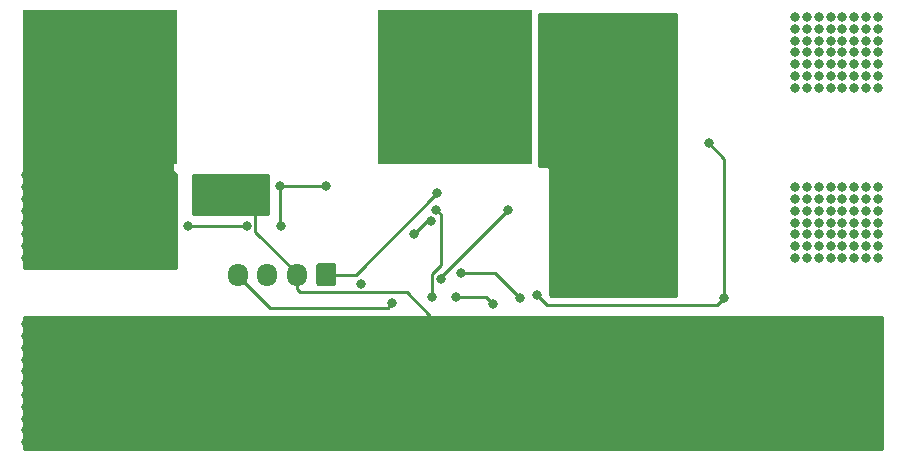
<source format=gbl>
G04 #@! TF.GenerationSoftware,KiCad,Pcbnew,(5.1.2)-1*
G04 #@! TF.CreationDate,2019-09-07T09:30:14+02:00*
G04 #@! TF.ProjectId,Anti-Spark,416e7469-2d53-4706-9172-6b2e6b696361,rev?*
G04 #@! TF.SameCoordinates,Original*
G04 #@! TF.FileFunction,Copper,L2,Bot*
G04 #@! TF.FilePolarity,Positive*
%FSLAX46Y46*%
G04 Gerber Fmt 4.6, Leading zero omitted, Abs format (unit mm)*
G04 Created by KiCad (PCBNEW (5.1.2)-1) date 2019-09-07 09:30:14*
%MOMM*%
%LPD*%
G04 APERTURE LIST*
%ADD10R,13.000000X13.000000*%
%ADD11O,1.700000X1.950000*%
%ADD12C,0.100000*%
%ADD13C,1.700000*%
%ADD14C,0.800000*%
%ADD15C,0.250000*%
%ADD16C,0.254000*%
G04 APERTURE END LIST*
D10*
X110280000Y-42966000D03*
X80280000Y-42966000D03*
D11*
X91900000Y-58800000D03*
X94400000Y-58800000D03*
X96900000Y-58800000D03*
D12*
G36*
X100024504Y-57826204D02*
G01*
X100048773Y-57829804D01*
X100072571Y-57835765D01*
X100095671Y-57844030D01*
X100117849Y-57854520D01*
X100138893Y-57867133D01*
X100158598Y-57881747D01*
X100176777Y-57898223D01*
X100193253Y-57916402D01*
X100207867Y-57936107D01*
X100220480Y-57957151D01*
X100230970Y-57979329D01*
X100239235Y-58002429D01*
X100245196Y-58026227D01*
X100248796Y-58050496D01*
X100250000Y-58075000D01*
X100250000Y-59525000D01*
X100248796Y-59549504D01*
X100245196Y-59573773D01*
X100239235Y-59597571D01*
X100230970Y-59620671D01*
X100220480Y-59642849D01*
X100207867Y-59663893D01*
X100193253Y-59683598D01*
X100176777Y-59701777D01*
X100158598Y-59718253D01*
X100138893Y-59732867D01*
X100117849Y-59745480D01*
X100095671Y-59755970D01*
X100072571Y-59764235D01*
X100048773Y-59770196D01*
X100024504Y-59773796D01*
X100000000Y-59775000D01*
X98800000Y-59775000D01*
X98775496Y-59773796D01*
X98751227Y-59770196D01*
X98727429Y-59764235D01*
X98704329Y-59755970D01*
X98682151Y-59745480D01*
X98661107Y-59732867D01*
X98641402Y-59718253D01*
X98623223Y-59701777D01*
X98606747Y-59683598D01*
X98592133Y-59663893D01*
X98579520Y-59642849D01*
X98569030Y-59620671D01*
X98560765Y-59597571D01*
X98554804Y-59573773D01*
X98551204Y-59549504D01*
X98550000Y-59525000D01*
X98550000Y-58075000D01*
X98551204Y-58050496D01*
X98554804Y-58026227D01*
X98560765Y-58002429D01*
X98569030Y-57979329D01*
X98579520Y-57957151D01*
X98592133Y-57936107D01*
X98606747Y-57916402D01*
X98623223Y-57898223D01*
X98641402Y-57881747D01*
X98661107Y-57867133D01*
X98682151Y-57854520D01*
X98704329Y-57844030D01*
X98727429Y-57835765D01*
X98751227Y-57829804D01*
X98775496Y-57826204D01*
X98800000Y-57825000D01*
X100000000Y-57825000D01*
X100024504Y-57826204D01*
X100024504Y-57826204D01*
G37*
D13*
X99400000Y-58800000D03*
D14*
X106800000Y-55400000D03*
X108274990Y-54300000D03*
X114800000Y-53300000D03*
X109072100Y-59179518D03*
X91300000Y-53000000D03*
X92100000Y-53000000D03*
X90500000Y-53000000D03*
X90500000Y-51400000D03*
X91300000Y-51400000D03*
X92100000Y-51400000D03*
X92100000Y-52200000D03*
X90500000Y-52200000D03*
X82000000Y-64000000D03*
X84000000Y-64000000D03*
X85000000Y-64000000D03*
X87000000Y-64000000D03*
X77000000Y-64000000D03*
X76000000Y-64000000D03*
X88000000Y-64000000D03*
X83000000Y-64000000D03*
X75000000Y-64000000D03*
X78000000Y-64000000D03*
X80000000Y-64000000D03*
X81000000Y-64000000D03*
X79000000Y-64000000D03*
X86000000Y-64000000D03*
X74000000Y-64000000D03*
X86000000Y-66000000D03*
X84000000Y-66000000D03*
X85000000Y-66000000D03*
X87000000Y-66000000D03*
X80000000Y-66000000D03*
X75000000Y-66000000D03*
X79000000Y-66000000D03*
X77000000Y-66000000D03*
X76000000Y-66000000D03*
X81000000Y-66000000D03*
X74000000Y-66000000D03*
X82000000Y-66000000D03*
X83000000Y-66000000D03*
X78000000Y-66000000D03*
X88000000Y-66000000D03*
X82000000Y-65000000D03*
X84000000Y-65000000D03*
X85000000Y-65000000D03*
X87000000Y-65000000D03*
X77000000Y-65000000D03*
X76000000Y-65000000D03*
X88000000Y-65000000D03*
X83000000Y-65000000D03*
X75000000Y-65000000D03*
X78000000Y-65000000D03*
X80000000Y-65000000D03*
X81000000Y-65000000D03*
X79000000Y-65000000D03*
X86000000Y-65000000D03*
X74000000Y-65000000D03*
X86000000Y-68000000D03*
X87000000Y-70000000D03*
X84000000Y-68000000D03*
X85000000Y-68000000D03*
X80000000Y-70000000D03*
X75000000Y-70000000D03*
X87000000Y-68000000D03*
X79000000Y-70000000D03*
X84000000Y-69000000D03*
X85000000Y-69000000D03*
X87000000Y-69000000D03*
X80000000Y-68000000D03*
X76000000Y-69000000D03*
X75000000Y-68000000D03*
X79000000Y-68000000D03*
X77000000Y-68000000D03*
X76000000Y-68000000D03*
X81000000Y-68000000D03*
X74000000Y-68000000D03*
X86000000Y-70000000D03*
X84000000Y-70000000D03*
X85000000Y-70000000D03*
X82000000Y-69000000D03*
X82000000Y-68000000D03*
X83000000Y-68000000D03*
X78000000Y-68000000D03*
X88000000Y-68000000D03*
X77000000Y-69000000D03*
X83000000Y-69000000D03*
X76000000Y-70000000D03*
X80000000Y-69000000D03*
X81000000Y-69000000D03*
X88000000Y-69000000D03*
X86000000Y-69000000D03*
X88000000Y-70000000D03*
X75000000Y-69000000D03*
X74000000Y-70000000D03*
X78000000Y-70000000D03*
X83000000Y-70000000D03*
X77000000Y-70000000D03*
X81000000Y-70000000D03*
X82000000Y-70000000D03*
X78000000Y-69000000D03*
X74000000Y-69000000D03*
X79000000Y-69000000D03*
X82000000Y-67000000D03*
X84000000Y-67000000D03*
X85000000Y-67000000D03*
X87000000Y-67000000D03*
X77000000Y-67000000D03*
X76000000Y-67000000D03*
X88000000Y-67000000D03*
X83000000Y-67000000D03*
X75000000Y-67000000D03*
X78000000Y-67000000D03*
X80000000Y-67000000D03*
X81000000Y-67000000D03*
X79000000Y-67000000D03*
X86000000Y-67000000D03*
X74000000Y-67000000D03*
X74000000Y-63000000D03*
X75000000Y-63000000D03*
X76000000Y-63000000D03*
X77000000Y-63000000D03*
X78000000Y-63000000D03*
X79000000Y-63000000D03*
X80000000Y-63000000D03*
X81000000Y-63000000D03*
X82000000Y-63000000D03*
X83000000Y-63000000D03*
X84000000Y-63000000D03*
X85000000Y-63000000D03*
X86000000Y-63000000D03*
X87000000Y-63000000D03*
X88000000Y-63000000D03*
X74000000Y-71000000D03*
X75000000Y-73000000D03*
X86000000Y-73000000D03*
X84000000Y-73000000D03*
X85000000Y-73000000D03*
X87000000Y-72000000D03*
X82000000Y-72000000D03*
X82000000Y-71000000D03*
X83000000Y-71000000D03*
X85000000Y-71000000D03*
X79000000Y-71000000D03*
X80000000Y-71000000D03*
X84000000Y-72000000D03*
X85000000Y-72000000D03*
X86000000Y-71000000D03*
X76000000Y-72000000D03*
X84000000Y-71000000D03*
X80000000Y-73000000D03*
X87000000Y-71000000D03*
X76000000Y-71000000D03*
X87000000Y-73000000D03*
X79000000Y-73000000D03*
X75000000Y-71000000D03*
X81000000Y-71000000D03*
X77000000Y-71000000D03*
X83000000Y-73000000D03*
X78000000Y-72000000D03*
X79000000Y-72000000D03*
X82000000Y-73000000D03*
X88000000Y-73000000D03*
X80000000Y-72000000D03*
X74000000Y-73000000D03*
X86000000Y-72000000D03*
X76000000Y-73000000D03*
X78000000Y-73000000D03*
X83000000Y-72000000D03*
X75000000Y-72000000D03*
X78000000Y-71000000D03*
X81000000Y-72000000D03*
X77000000Y-73000000D03*
X74000000Y-72000000D03*
X88000000Y-72000000D03*
X81000000Y-73000000D03*
X88000000Y-71000000D03*
X77000000Y-72000000D03*
X144000000Y-64000000D03*
X145000000Y-66000000D03*
X142000000Y-64000000D03*
X143000000Y-64000000D03*
X138000000Y-66000000D03*
X133000000Y-66000000D03*
X145000000Y-64000000D03*
X137000000Y-66000000D03*
X142000000Y-65000000D03*
X143000000Y-65000000D03*
X145000000Y-65000000D03*
X138000000Y-64000000D03*
X134000000Y-65000000D03*
X133000000Y-64000000D03*
X137000000Y-64000000D03*
X135000000Y-64000000D03*
X134000000Y-64000000D03*
X139000000Y-64000000D03*
X132000000Y-64000000D03*
X144000000Y-66000000D03*
X142000000Y-66000000D03*
X143000000Y-66000000D03*
X140000000Y-65000000D03*
X140000000Y-64000000D03*
X141000000Y-64000000D03*
X136000000Y-64000000D03*
X146000000Y-64000000D03*
X135000000Y-65000000D03*
X141000000Y-65000000D03*
X134000000Y-66000000D03*
X138000000Y-65000000D03*
X139000000Y-65000000D03*
X146000000Y-65000000D03*
X144000000Y-65000000D03*
X146000000Y-66000000D03*
X133000000Y-65000000D03*
X132000000Y-66000000D03*
X136000000Y-66000000D03*
X141000000Y-66000000D03*
X135000000Y-66000000D03*
X139000000Y-66000000D03*
X140000000Y-66000000D03*
X136000000Y-65000000D03*
X132000000Y-65000000D03*
X137000000Y-65000000D03*
X132000000Y-68000000D03*
X133000000Y-70000000D03*
X144000000Y-70000000D03*
X141000000Y-67000000D03*
X142000000Y-70000000D03*
X143000000Y-70000000D03*
X145000000Y-69000000D03*
X140000000Y-69000000D03*
X140000000Y-68000000D03*
X141000000Y-68000000D03*
X143000000Y-68000000D03*
X142000000Y-67000000D03*
X137000000Y-68000000D03*
X138000000Y-68000000D03*
X142000000Y-69000000D03*
X143000000Y-69000000D03*
X135000000Y-67000000D03*
X144000000Y-68000000D03*
X134000000Y-69000000D03*
X140000000Y-67000000D03*
X134000000Y-67000000D03*
X142000000Y-68000000D03*
X138000000Y-70000000D03*
X145000000Y-68000000D03*
X143000000Y-67000000D03*
X145000000Y-67000000D03*
X146000000Y-67000000D03*
X134000000Y-68000000D03*
X145000000Y-70000000D03*
X137000000Y-70000000D03*
X133000000Y-68000000D03*
X139000000Y-68000000D03*
X135000000Y-68000000D03*
X141000000Y-70000000D03*
X136000000Y-69000000D03*
X137000000Y-69000000D03*
X140000000Y-70000000D03*
X146000000Y-70000000D03*
X138000000Y-69000000D03*
X132000000Y-70000000D03*
X144000000Y-69000000D03*
X133000000Y-67000000D03*
X134000000Y-70000000D03*
X139000000Y-67000000D03*
X137000000Y-67000000D03*
X136000000Y-70000000D03*
X132000000Y-67000000D03*
X138000000Y-67000000D03*
X144000000Y-67000000D03*
X141000000Y-69000000D03*
X133000000Y-69000000D03*
X136000000Y-68000000D03*
X139000000Y-69000000D03*
X135000000Y-70000000D03*
X132000000Y-69000000D03*
X146000000Y-69000000D03*
X139000000Y-70000000D03*
X146000000Y-68000000D03*
X136000000Y-67000000D03*
X135000000Y-69000000D03*
X133000000Y-71000000D03*
X136000000Y-72000000D03*
X133000000Y-73000000D03*
X139000000Y-71000000D03*
X141000000Y-72000000D03*
X143000000Y-71000000D03*
X146000000Y-72000000D03*
X139000000Y-73000000D03*
X140000000Y-73000000D03*
X144000000Y-73000000D03*
X140000000Y-72000000D03*
X138000000Y-71000000D03*
X140000000Y-71000000D03*
X142000000Y-72000000D03*
X135000000Y-71000000D03*
X145000000Y-73000000D03*
X132000000Y-71000000D03*
X137000000Y-72000000D03*
X137000000Y-71000000D03*
X138000000Y-73000000D03*
X142000000Y-71000000D03*
X134000000Y-72000000D03*
X145000000Y-71000000D03*
X142000000Y-73000000D03*
X143000000Y-73000000D03*
X141000000Y-73000000D03*
X138000000Y-72000000D03*
X132000000Y-73000000D03*
X144000000Y-72000000D03*
X134000000Y-73000000D03*
X133000000Y-72000000D03*
X134000000Y-71000000D03*
X137000000Y-73000000D03*
X136000000Y-71000000D03*
X135000000Y-73000000D03*
X146000000Y-71000000D03*
X135000000Y-72000000D03*
X136000000Y-73000000D03*
X146000000Y-73000000D03*
X143000000Y-72000000D03*
X139000000Y-72000000D03*
X145000000Y-72000000D03*
X132000000Y-72000000D03*
X141000000Y-71000000D03*
X144000000Y-71000000D03*
X140000000Y-63000000D03*
X142000000Y-63000000D03*
X143000000Y-63000000D03*
X145000000Y-63000000D03*
X135000000Y-63000000D03*
X134000000Y-63000000D03*
X146000000Y-63000000D03*
X141000000Y-63000000D03*
X133000000Y-63000000D03*
X136000000Y-63000000D03*
X138000000Y-63000000D03*
X139000000Y-63000000D03*
X137000000Y-63000000D03*
X144000000Y-63000000D03*
X132000000Y-63000000D03*
X91300000Y-52200000D03*
X115800000Y-60800000D03*
X110800000Y-58700000D03*
X117200000Y-60500000D03*
X133100000Y-60800000D03*
X131800000Y-47700000D03*
X85000000Y-50400000D03*
X75000000Y-53400000D03*
X81000000Y-53400000D03*
X80000000Y-53400000D03*
X86000000Y-50400000D03*
X85000000Y-51400000D03*
X86000000Y-52400000D03*
X86000000Y-53400000D03*
X76000000Y-53400000D03*
X74000000Y-53400000D03*
X78000000Y-53400000D03*
X86000000Y-51400000D03*
X79000000Y-53400000D03*
X84000000Y-53400000D03*
X85000000Y-53400000D03*
X83000000Y-53400000D03*
X85000000Y-52400000D03*
X77000000Y-53400000D03*
X82000000Y-55400000D03*
X75000000Y-54400000D03*
X78000000Y-54400000D03*
X83000000Y-55400000D03*
X84000000Y-55400000D03*
X77000000Y-55400000D03*
X84000000Y-54400000D03*
X85000000Y-54400000D03*
X75000000Y-55400000D03*
X81000000Y-55400000D03*
X78000000Y-56400000D03*
X86000000Y-55400000D03*
X77000000Y-57400000D03*
X81000000Y-54400000D03*
X84000000Y-56400000D03*
X80000000Y-54400000D03*
X79000000Y-55400000D03*
X85000000Y-56400000D03*
X75000000Y-57400000D03*
X83000000Y-57400000D03*
X81000000Y-57400000D03*
X77000000Y-54400000D03*
X83000000Y-54400000D03*
X76000000Y-54400000D03*
X86000000Y-54400000D03*
X85000000Y-55400000D03*
X78000000Y-55400000D03*
X76000000Y-55400000D03*
X79000000Y-54400000D03*
X82000000Y-57400000D03*
X80000000Y-55400000D03*
X74000000Y-54400000D03*
X82000000Y-54400000D03*
X75000000Y-56400000D03*
X82000000Y-53400000D03*
X74000000Y-55400000D03*
X84000000Y-57400000D03*
X77000000Y-56400000D03*
X86000000Y-56400000D03*
X82000000Y-56400000D03*
X78000000Y-57400000D03*
X76000000Y-57400000D03*
X74000000Y-57400000D03*
X81000000Y-56400000D03*
X85000000Y-57400000D03*
X86000000Y-57400000D03*
X76000000Y-56400000D03*
X80000000Y-56400000D03*
X80000000Y-57400000D03*
X79000000Y-56400000D03*
X83000000Y-56400000D03*
X74000000Y-56400000D03*
X79000000Y-57400000D03*
X78000000Y-51400000D03*
X79000000Y-51400000D03*
X82000000Y-52400000D03*
X81000000Y-50400000D03*
X80000000Y-51400000D03*
X76000000Y-52400000D03*
X77000000Y-52400000D03*
X81000000Y-51400000D03*
X83000000Y-51400000D03*
X82000000Y-51400000D03*
X75000000Y-50400000D03*
X76000000Y-50400000D03*
X77000000Y-50400000D03*
X83000000Y-50400000D03*
X80000000Y-52400000D03*
X74000000Y-51400000D03*
X81000000Y-52400000D03*
X76000000Y-51400000D03*
X80000000Y-50400000D03*
X75000000Y-51400000D03*
X82000000Y-50400000D03*
X83000000Y-52400000D03*
X84000000Y-51400000D03*
X84000000Y-52400000D03*
X77000000Y-51400000D03*
X78000000Y-50400000D03*
X75000000Y-52400000D03*
X79000000Y-50400000D03*
X84000000Y-50400000D03*
X79000000Y-52400000D03*
X78000000Y-52400000D03*
X74000000Y-52400000D03*
X74000000Y-50400000D03*
X119500000Y-50700000D03*
X122500000Y-50700000D03*
X120500000Y-50700000D03*
X121500000Y-50700000D03*
X127000000Y-51500000D03*
X126000000Y-51500000D03*
X123500000Y-50700000D03*
X125000000Y-51500000D03*
X127500000Y-52300000D03*
X126500000Y-50700000D03*
X121000000Y-51500000D03*
X122000000Y-51500000D03*
X124500000Y-50700000D03*
X123000000Y-51500000D03*
X125500000Y-50700000D03*
X128000000Y-53100000D03*
X119000000Y-53100000D03*
X127500000Y-50700000D03*
X128000000Y-51500000D03*
X124000000Y-51500000D03*
X120000000Y-51500000D03*
X126500000Y-53900000D03*
X119000000Y-56300000D03*
X121500000Y-53900000D03*
X122500000Y-53900000D03*
X123500000Y-53900000D03*
X122000000Y-54700000D03*
X125500000Y-53900000D03*
X127500000Y-53900000D03*
X124000000Y-54700000D03*
X119500000Y-55500000D03*
X125000000Y-56300000D03*
X127000000Y-56300000D03*
X121000000Y-56300000D03*
X121500000Y-55500000D03*
X123000000Y-56300000D03*
X121000000Y-54700000D03*
X124500000Y-53900000D03*
X128000000Y-54700000D03*
X120000000Y-54700000D03*
X122000000Y-56300000D03*
X119000000Y-54700000D03*
X128000000Y-56300000D03*
X126000000Y-56300000D03*
X120500000Y-55500000D03*
X124500000Y-55500000D03*
X122500000Y-55500000D03*
X120000000Y-56300000D03*
X120500000Y-53900000D03*
X127000000Y-54700000D03*
X126500000Y-55500000D03*
X124000000Y-56300000D03*
X119500000Y-53900000D03*
X126000000Y-54700000D03*
X123000000Y-54700000D03*
X125500000Y-55500000D03*
X127500000Y-55500000D03*
X123500000Y-55500000D03*
X125000000Y-54700000D03*
X126000000Y-57900000D03*
X128000000Y-57900000D03*
X125000000Y-59500000D03*
X119000000Y-59500000D03*
X125000000Y-57900000D03*
X126500000Y-57100000D03*
X123500000Y-57100000D03*
X121000000Y-59500000D03*
X124000000Y-57900000D03*
X120500000Y-58700000D03*
X122500000Y-57100000D03*
X127500000Y-57100000D03*
X121500000Y-58700000D03*
X122000000Y-59500000D03*
X121500000Y-57100000D03*
X122000000Y-57900000D03*
X120000000Y-57900000D03*
X119000000Y-57900000D03*
X127000000Y-57900000D03*
X119500000Y-58700000D03*
X126500000Y-58700000D03*
X124000000Y-59500000D03*
X123000000Y-59500000D03*
X125500000Y-58700000D03*
X119500000Y-57100000D03*
X124500000Y-57100000D03*
X125500000Y-57100000D03*
X124500000Y-58700000D03*
X120000000Y-59500000D03*
X126000000Y-59500000D03*
X123000000Y-57900000D03*
X128000000Y-59500000D03*
X122500000Y-58700000D03*
X121000000Y-57900000D03*
X120500000Y-57100000D03*
X127000000Y-59500000D03*
X123500000Y-58700000D03*
X127500000Y-58700000D03*
X127000000Y-53100000D03*
X119500000Y-52300000D03*
X123000000Y-53100000D03*
X126500000Y-52300000D03*
X126000000Y-53100000D03*
X125000000Y-53100000D03*
X121000000Y-53100000D03*
X121500000Y-52300000D03*
X122000000Y-53100000D03*
X119000000Y-51500000D03*
X120500000Y-52300000D03*
X124500000Y-52300000D03*
X122500000Y-52300000D03*
X120000000Y-53100000D03*
X124000000Y-53100000D03*
X125500000Y-52300000D03*
X123500000Y-52300000D03*
X120500000Y-47100000D03*
X121500000Y-47100000D03*
X119500000Y-47100000D03*
X126500000Y-47100000D03*
X125500000Y-47100000D03*
X124500000Y-47100000D03*
X122500000Y-47100000D03*
X123500000Y-47100000D03*
X127500000Y-47100000D03*
X119500000Y-43900000D03*
X122500000Y-43900000D03*
X120500000Y-43900000D03*
X121500000Y-43900000D03*
X127000000Y-44700000D03*
X126000000Y-44700000D03*
X123500000Y-43900000D03*
X125000000Y-44700000D03*
X127500000Y-45500000D03*
X126500000Y-43900000D03*
X121000000Y-44700000D03*
X122000000Y-44700000D03*
X124500000Y-43900000D03*
X123000000Y-44700000D03*
X125500000Y-43900000D03*
X128000000Y-46300000D03*
X119000000Y-46300000D03*
X127500000Y-43900000D03*
X128000000Y-44700000D03*
X124000000Y-44700000D03*
X120000000Y-44700000D03*
X127000000Y-46300000D03*
X119500000Y-45500000D03*
X123000000Y-46300000D03*
X126500000Y-45500000D03*
X126000000Y-46300000D03*
X125000000Y-46300000D03*
X121000000Y-46300000D03*
X121500000Y-45500000D03*
X122000000Y-46300000D03*
X119000000Y-44700000D03*
X120500000Y-45500000D03*
X124500000Y-45500000D03*
X122500000Y-45500000D03*
X120000000Y-46300000D03*
X124000000Y-46300000D03*
X125500000Y-45500000D03*
X123500000Y-45500000D03*
X119500000Y-40700000D03*
X122500000Y-40700000D03*
X120500000Y-40700000D03*
X121500000Y-40700000D03*
X127000000Y-41500000D03*
X126000000Y-41500000D03*
X123500000Y-40700000D03*
X125000000Y-41500000D03*
X127500000Y-42300000D03*
X126500000Y-40700000D03*
X121000000Y-41500000D03*
X122000000Y-41500000D03*
X124500000Y-40700000D03*
X123000000Y-41500000D03*
X125500000Y-40700000D03*
X128000000Y-43100000D03*
X119000000Y-43100000D03*
X127500000Y-40700000D03*
X128000000Y-41500000D03*
X124000000Y-41500000D03*
X120000000Y-41500000D03*
X127000000Y-43100000D03*
X119500000Y-42300000D03*
X123000000Y-43100000D03*
X126500000Y-42300000D03*
X126000000Y-43100000D03*
X125000000Y-43100000D03*
X121000000Y-43100000D03*
X121500000Y-42300000D03*
X122000000Y-43100000D03*
X119000000Y-41500000D03*
X120500000Y-42300000D03*
X124500000Y-42300000D03*
X122500000Y-42300000D03*
X120000000Y-43100000D03*
X124000000Y-43100000D03*
X125500000Y-42300000D03*
X123500000Y-42300000D03*
X128000000Y-39900000D03*
X128000000Y-38300000D03*
X127500000Y-39100000D03*
X119000000Y-39900000D03*
X127000000Y-39900000D03*
X124000000Y-39900000D03*
X126000000Y-39900000D03*
X125000000Y-39900000D03*
X119500000Y-39100000D03*
X120500000Y-39100000D03*
X123000000Y-39900000D03*
X121500000Y-39100000D03*
X120000000Y-39900000D03*
X125500000Y-39100000D03*
X124500000Y-39100000D03*
X122000000Y-39900000D03*
X123500000Y-39100000D03*
X121000000Y-39900000D03*
X119000000Y-38300000D03*
X122500000Y-39100000D03*
X126500000Y-39100000D03*
X120000000Y-38300000D03*
X121000000Y-38300000D03*
X122000000Y-38300000D03*
X123000000Y-38300000D03*
X124000000Y-38300000D03*
X125000000Y-38300000D03*
X126000000Y-38300000D03*
X127000000Y-38300000D03*
X127500000Y-37500000D03*
X126500000Y-37500000D03*
X125500000Y-37500000D03*
X124500000Y-37500000D03*
X123500000Y-37500000D03*
X122500000Y-37500000D03*
X121500000Y-37500000D03*
X120500000Y-37500000D03*
X119500000Y-37500000D03*
X113500000Y-61300000D03*
X110400000Y-60700000D03*
X105000000Y-61225010D03*
X108700000Y-53300000D03*
X108310954Y-60674990D03*
X102300000Y-59574990D03*
X108800000Y-51900000D03*
X141100000Y-55400000D03*
X142100000Y-55400000D03*
X144100000Y-55400000D03*
X139100000Y-55400000D03*
X143100000Y-56400000D03*
X145100000Y-56400000D03*
X139100000Y-56400000D03*
X142100000Y-56400000D03*
X145100000Y-55400000D03*
X144100000Y-56400000D03*
X140100000Y-56400000D03*
X143100000Y-55400000D03*
X146100000Y-56400000D03*
X141100000Y-56400000D03*
X146100000Y-55400000D03*
X140100000Y-55400000D03*
X146100000Y-57400000D03*
X144100000Y-53400000D03*
X145100000Y-57400000D03*
X139100000Y-57400000D03*
X142100000Y-57400000D03*
X140100000Y-57400000D03*
X143100000Y-54400000D03*
X141100000Y-57400000D03*
X143100000Y-53400000D03*
X142100000Y-53400000D03*
X139100000Y-54400000D03*
X143100000Y-57400000D03*
X141100000Y-53400000D03*
X141100000Y-54400000D03*
X139100000Y-53400000D03*
X145100000Y-53400000D03*
X142100000Y-54400000D03*
X146100000Y-53400000D03*
X146100000Y-54400000D03*
X140100000Y-53400000D03*
X144100000Y-57400000D03*
X145100000Y-54400000D03*
X140100000Y-54400000D03*
X144100000Y-54400000D03*
X143100000Y-51400000D03*
X146100000Y-52400000D03*
X143100000Y-52400000D03*
X141100000Y-51400000D03*
X141100000Y-52400000D03*
X142100000Y-51400000D03*
X145100000Y-52400000D03*
X144100000Y-51400000D03*
X139100000Y-51400000D03*
X139100000Y-52400000D03*
X142100000Y-52400000D03*
X140100000Y-52400000D03*
X140100000Y-51400000D03*
X146100000Y-51400000D03*
X145100000Y-51400000D03*
X144100000Y-52400000D03*
X140100000Y-37000000D03*
X143100000Y-37000000D03*
X142100000Y-38000000D03*
X140100000Y-38000000D03*
X146100000Y-38000000D03*
X146100000Y-37000000D03*
X145100000Y-37000000D03*
X144100000Y-38000000D03*
X142100000Y-37000000D03*
X141100000Y-37000000D03*
X143100000Y-38000000D03*
X141100000Y-38000000D03*
X144100000Y-37000000D03*
X145100000Y-38000000D03*
X139100000Y-37000000D03*
X139100000Y-38000000D03*
X143100000Y-39000000D03*
X146100000Y-40000000D03*
X143100000Y-40000000D03*
X141100000Y-39000000D03*
X141100000Y-40000000D03*
X142100000Y-39000000D03*
X145100000Y-40000000D03*
X144100000Y-39000000D03*
X139100000Y-39000000D03*
X139100000Y-40000000D03*
X142100000Y-40000000D03*
X140100000Y-40000000D03*
X140100000Y-39000000D03*
X146100000Y-39000000D03*
X145100000Y-39000000D03*
X144100000Y-40000000D03*
X143100000Y-41000000D03*
X146100000Y-42000000D03*
X143100000Y-42000000D03*
X141100000Y-41000000D03*
X141100000Y-42000000D03*
X142100000Y-41000000D03*
X145100000Y-42000000D03*
X144100000Y-41000000D03*
X139100000Y-41000000D03*
X139100000Y-42000000D03*
X142100000Y-42000000D03*
X140100000Y-42000000D03*
X140100000Y-41000000D03*
X146100000Y-41000000D03*
X145100000Y-41000000D03*
X144100000Y-42000000D03*
X143100000Y-43000000D03*
X145100000Y-43000000D03*
X139100000Y-43000000D03*
X142100000Y-43000000D03*
X144100000Y-43000000D03*
X140100000Y-43000000D03*
X146100000Y-43000000D03*
X141100000Y-43000000D03*
X95500000Y-51300000D03*
X99400000Y-51300000D03*
X87700000Y-54700000D03*
X95600000Y-54700000D03*
X92674990Y-54700000D03*
D15*
X106800000Y-55400000D02*
X107900000Y-54300000D01*
X107900000Y-54300000D02*
X108274990Y-54300000D01*
X114800000Y-53300000D02*
X109072100Y-59027900D01*
X109072100Y-59027900D02*
X109072100Y-59179518D01*
X96900000Y-60025000D02*
X97175000Y-60300000D01*
X96900000Y-58800000D02*
X96900000Y-60025000D01*
X97175000Y-60300000D02*
X106200000Y-60300000D01*
X106200000Y-60300000D02*
X108200000Y-62300000D01*
X108200000Y-62300000D02*
X108200000Y-64500000D01*
X96900000Y-58675000D02*
X93400000Y-55175000D01*
X96900000Y-58800000D02*
X96900000Y-58675000D01*
X93400000Y-55175000D02*
X93400000Y-52400000D01*
X115800000Y-60800000D02*
X113700000Y-58700000D01*
X113700000Y-58700000D02*
X110800000Y-58700000D01*
X133100000Y-49000000D02*
X133100000Y-60800000D01*
X131800000Y-47700000D02*
X133100000Y-49000000D01*
X133100000Y-60800000D02*
X132500000Y-61400000D01*
X118100000Y-61400000D02*
X117200000Y-60500000D01*
X132500000Y-61400000D02*
X118100000Y-61400000D01*
X113500000Y-61300000D02*
X112900000Y-60700000D01*
X112900000Y-60700000D02*
X110400000Y-60700000D01*
X91900000Y-58925000D02*
X94600009Y-61625009D01*
X104600001Y-61625009D02*
X105000000Y-61225010D01*
X94600009Y-61625009D02*
X104600001Y-61625009D01*
X91900000Y-58800000D02*
X91900000Y-58925000D01*
X109099999Y-58000001D02*
X108310954Y-58789046D01*
X108310954Y-58789046D02*
X108310954Y-60109305D01*
X108310954Y-60109305D02*
X108310954Y-60674990D01*
X109099999Y-53699999D02*
X109099999Y-58000001D01*
X108700000Y-53300000D02*
X109099999Y-53699999D01*
X99400000Y-58800000D02*
X101900000Y-58800000D01*
X101900000Y-58800000D02*
X108800000Y-51900000D01*
X95500000Y-54600000D02*
X95600000Y-54700000D01*
X95500000Y-51300000D02*
X95500000Y-54600000D01*
X95500000Y-51300000D02*
X99400000Y-51300000D01*
X87700000Y-54700000D02*
X92674990Y-54700000D01*
D16*
G36*
X146415001Y-73615000D02*
G01*
X73785000Y-73615000D01*
X73785000Y-62427000D01*
X146415001Y-62427000D01*
X146415001Y-73615000D01*
X146415001Y-73615000D01*
G37*
X146415001Y-73615000D02*
X73785000Y-73615000D01*
X73785000Y-62427000D01*
X146415001Y-62427000D01*
X146415001Y-73615000D01*
G36*
X128973000Y-60640000D02*
G01*
X118414802Y-60640000D01*
X118327000Y-60552198D01*
X118327000Y-49900000D01*
X118324560Y-49875224D01*
X118309336Y-49798687D01*
X118302109Y-49774862D01*
X118290372Y-49752905D01*
X118247017Y-49688021D01*
X118231223Y-49668776D01*
X118211979Y-49652983D01*
X118147095Y-49609628D01*
X118125139Y-49597892D01*
X118101313Y-49590664D01*
X118024776Y-49575440D01*
X118000000Y-49573000D01*
X117407534Y-49573000D01*
X117418072Y-49466000D01*
X117418072Y-36785000D01*
X128973000Y-36785000D01*
X128973000Y-60640000D01*
X128973000Y-60640000D01*
G37*
X128973000Y-60640000D02*
X118414802Y-60640000D01*
X118327000Y-60552198D01*
X118327000Y-49900000D01*
X118324560Y-49875224D01*
X118309336Y-49798687D01*
X118302109Y-49774862D01*
X118290372Y-49752905D01*
X118247017Y-49688021D01*
X118231223Y-49668776D01*
X118211979Y-49652983D01*
X118147095Y-49609628D01*
X118125139Y-49597892D01*
X118101313Y-49590664D01*
X118024776Y-49575440D01*
X118000000Y-49573000D01*
X117407534Y-49573000D01*
X117418072Y-49466000D01*
X117418072Y-36785000D01*
X128973000Y-36785000D01*
X128973000Y-60640000D01*
G36*
X86315001Y-49666343D02*
G01*
X86311686Y-49700000D01*
X86324912Y-49834283D01*
X86364081Y-49963406D01*
X86427688Y-50082407D01*
X86513289Y-50186711D01*
X86617593Y-50272312D01*
X86673000Y-50301927D01*
X86673000Y-54557842D01*
X86665000Y-54598061D01*
X86665000Y-54801939D01*
X86673000Y-54842158D01*
X86673000Y-58187491D01*
X86665144Y-58226984D01*
X86649859Y-58249859D01*
X86626984Y-58265144D01*
X86587491Y-58273000D01*
X73785000Y-58273000D01*
X73785000Y-36785000D01*
X86315000Y-36785000D01*
X86315001Y-49666343D01*
X86315001Y-49666343D01*
G37*
X86315001Y-49666343D02*
X86311686Y-49700000D01*
X86324912Y-49834283D01*
X86364081Y-49963406D01*
X86427688Y-50082407D01*
X86513289Y-50186711D01*
X86617593Y-50272312D01*
X86673000Y-50301927D01*
X86673000Y-54557842D01*
X86665000Y-54598061D01*
X86665000Y-54801939D01*
X86673000Y-54842158D01*
X86673000Y-58187491D01*
X86665144Y-58226984D01*
X86649859Y-58249859D01*
X86626984Y-58265144D01*
X86587491Y-58273000D01*
X73785000Y-58273000D01*
X73785000Y-36785000D01*
X86315000Y-36785000D01*
X86315001Y-49666343D01*
G36*
X94473000Y-50412509D02*
G01*
X94473000Y-51157842D01*
X94465000Y-51198061D01*
X94465000Y-51401939D01*
X94473000Y-51442158D01*
X94473000Y-53587491D01*
X94465144Y-53626984D01*
X94449859Y-53649859D01*
X94426984Y-53665144D01*
X94387491Y-53673000D01*
X92817148Y-53673000D01*
X92776929Y-53665000D01*
X92573051Y-53665000D01*
X92532832Y-53673000D01*
X88212509Y-53673000D01*
X88173016Y-53665144D01*
X88150141Y-53649859D01*
X88134856Y-53626984D01*
X88127000Y-53587491D01*
X88127000Y-50412509D01*
X88132472Y-50385000D01*
X94467528Y-50385000D01*
X94473000Y-50412509D01*
X94473000Y-50412509D01*
G37*
X94473000Y-50412509D02*
X94473000Y-51157842D01*
X94465000Y-51198061D01*
X94465000Y-51401939D01*
X94473000Y-51442158D01*
X94473000Y-53587491D01*
X94465144Y-53626984D01*
X94449859Y-53649859D01*
X94426984Y-53665144D01*
X94387491Y-53673000D01*
X92817148Y-53673000D01*
X92776929Y-53665000D01*
X92573051Y-53665000D01*
X92532832Y-53673000D01*
X88212509Y-53673000D01*
X88173016Y-53665144D01*
X88150141Y-53649859D01*
X88134856Y-53626984D01*
X88127000Y-53587491D01*
X88127000Y-50412509D01*
X88132472Y-50385000D01*
X94467528Y-50385000D01*
X94473000Y-50412509D01*
M02*

</source>
